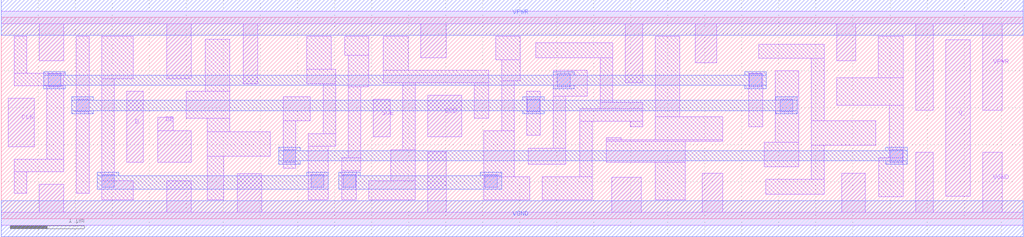
<source format=lef>
# Copyright 2020 The SkyWater PDK Authors
#
# Licensed under the Apache License, Version 2.0 (the "License");
# you may not use this file except in compliance with the License.
# You may obtain a copy of the License at
#
#     https://www.apache.org/licenses/LICENSE-2.0
#
# Unless required by applicable law or agreed to in writing, software
# distributed under the License is distributed on an "AS IS" BASIS,
# WITHOUT WARRANTIES OR CONDITIONS OF ANY KIND, either express or implied.
# See the License for the specific language governing permissions and
# limitations under the License.
#
# SPDX-License-Identifier: Apache-2.0

VERSION 5.5 ;
NAMESCASESENSITIVE ON ;
BUSBITCHARS "[]" ;
DIVIDERCHAR "/" ;
MACRO sky130_fd_sc_hd__sedfxtp_2
  CLASS CORE ;
  SOURCE USER ;
  ORIGIN  0.000000  0.000000 ;
  SIZE  13.80000 BY  2.720000 ;
  SYMMETRY X Y R90 ;
  SITE unithd ;
  PIN D
    ANTENNAGATEAREA  0.159000 ;
    DIRECTION INPUT ;
    USE SIGNAL ;
    PORT
      LAYER li1 ;
        RECT 1.695000 0.765000 1.915000 1.720000 ;
    END
  END D
  PIN DE
    ANTENNAGATEAREA  0.318000 ;
    DIRECTION INPUT ;
    USE SIGNAL ;
    PORT
      LAYER li1 ;
        RECT 2.110000 0.765000 2.565000 1.185000 ;
        RECT 2.110000 1.185000 2.325000 1.370000 ;
    END
  END DE
  PIN Q
    ANTENNADIFFAREA  0.445500 ;
    DIRECTION OUTPUT ;
    USE SIGNAL ;
    PORT
      LAYER li1 ;
        RECT 12.755000 0.305000 13.085000 2.420000 ;
    END
  END Q
  PIN SCD
    ANTENNAGATEAREA  0.159000 ;
    DIRECTION INPUT ;
    USE SIGNAL ;
    PORT
      LAYER li1 ;
        RECT 5.760000 1.105000 6.215000 1.665000 ;
    END
  END SCD
  PIN SCE
    ANTENNAGATEAREA  0.318000 ;
    DIRECTION INPUT ;
    USE SIGNAL ;
    PORT
      LAYER li1 ;
        RECT 5.025000 1.105000 5.250000 1.615000 ;
    END
  END SCE
  PIN CLK
    ANTENNAGATEAREA  0.159000 ;
    DIRECTION INPUT ;
    USE CLOCK ;
    PORT
      LAYER li1 ;
        RECT 0.095000 0.975000 0.445000 1.625000 ;
    END
  END CLK
  PIN VGND
    DIRECTION INOUT ;
    SHAPE ABUTMENT ;
    USE GROUND ;
    PORT
      LAYER li1 ;
        RECT  0.000000 -0.085000 13.800000 0.085000 ;
        RECT  0.515000  0.085000  0.845000 0.465000 ;
        RECT  2.235000  0.085000  2.565000 0.515000 ;
        RECT  3.185000  0.085000  3.515000 0.610000 ;
        RECT  5.760000  0.085000  6.010000 0.905000 ;
        RECT  8.245000  0.085000  8.640000 0.560000 ;
        RECT  9.465000  0.085000  9.740000 0.615000 ;
        RECT 11.350000  0.085000 11.665000 0.615000 ;
        RECT 12.350000  0.085000 12.585000 0.900000 ;
        RECT 13.255000  0.085000 13.515000 0.900000 ;
    END
    PORT
      LAYER met1 ;
        RECT 0.000000 -0.240000 13.800000 0.240000 ;
    END
  END VGND
  PIN VNB
    DIRECTION INOUT ;
    USE GROUND ;
    PORT
    END
  END VNB
  PIN VPB
    DIRECTION INOUT ;
    USE POWER ;
    PORT
    END
  END VPB
  PIN VPWR
    DIRECTION INOUT ;
    SHAPE ABUTMENT ;
    USE POWER ;
    PORT
      LAYER li1 ;
        RECT  0.000000 2.635000 13.800000 2.805000 ;
        RECT  0.515000 2.135000  0.845000 2.635000 ;
        RECT  2.235000 1.890000  2.565000 2.635000 ;
        RECT  3.265000 1.825000  3.460000 2.635000 ;
        RECT  5.665000 2.175000  6.010000 2.635000 ;
        RECT  8.425000 1.835000  8.660000 2.635000 ;
        RECT  9.370000 2.105000  9.660000 2.635000 ;
        RECT 11.280000 2.135000 11.540000 2.635000 ;
        RECT 12.350000 1.465000 12.585000 2.635000 ;
        RECT 13.255000 1.465000 13.515000 2.635000 ;
    END
    PORT
      LAYER met1 ;
        RECT 0.000000 2.480000 13.800000 2.960000 ;
    END
  END VPWR
  OBS
    LAYER li1 ;
      RECT  0.175000 0.345000  0.345000 0.635000 ;
      RECT  0.175000 0.635000  0.845000 0.805000 ;
      RECT  0.175000 1.795000  0.845000 1.965000 ;
      RECT  0.175000 1.965000  0.345000 2.465000 ;
      RECT  0.615000 0.805000  0.845000 1.795000 ;
      RECT  1.015000 0.345000  1.185000 2.465000 ;
      RECT  1.355000 0.255000  1.785000 0.515000 ;
      RECT  1.355000 0.515000  1.525000 1.890000 ;
      RECT  1.355000 1.890000  1.785000 2.465000 ;
      RECT  2.495000 1.355000  3.085000 1.720000 ;
      RECT  2.755000 1.720000  3.085000 2.425000 ;
      RECT  2.780000 0.255000  3.005000 0.845000 ;
      RECT  2.780000 0.845000  3.635000 1.175000 ;
      RECT  2.780000 1.175000  3.085000 1.355000 ;
      RECT  3.805000 0.685000  3.975000 1.320000 ;
      RECT  3.805000 1.320000  4.175000 1.650000 ;
      RECT  4.125000 1.820000  4.515000 2.020000 ;
      RECT  4.125000 2.020000  4.455000 2.465000 ;
      RECT  4.145000 0.255000  4.415000 0.980000 ;
      RECT  4.145000 0.980000  4.515000 1.150000 ;
      RECT  4.345000 1.150000  4.515000 1.820000 ;
      RECT  4.595000 0.255000  4.795000 0.645000 ;
      RECT  4.595000 0.645000  4.855000 0.825000 ;
      RECT  4.635000 2.210000  4.965000 2.465000 ;
      RECT  4.685000 0.825000  4.855000 1.785000 ;
      RECT  4.685000 1.785000  4.965000 2.210000 ;
      RECT  4.965000 0.255000  5.590000 0.515000 ;
      RECT  5.155000 1.835000  6.585000 2.005000 ;
      RECT  5.155000 2.005000  5.495000 2.465000 ;
      RECT  5.260000 0.515000  5.590000 0.935000 ;
      RECT  5.420000 0.935000  5.590000 1.835000 ;
      RECT  6.385000 1.355000  6.585000 1.835000 ;
      RECT  6.515000 0.255000  7.135000 0.565000 ;
      RECT  6.515000 0.565000  6.925000 1.185000 ;
      RECT  6.675000 2.150000  7.005000 2.465000 ;
      RECT  6.755000 1.185000  6.925000 1.865000 ;
      RECT  6.755000 1.865000  7.005000 2.150000 ;
      RECT  7.095000 1.125000  7.280000 1.720000 ;
      RECT  7.115000 0.735000  7.620000 0.955000 ;
      RECT  7.215000 2.175000  8.255000 2.375000 ;
      RECT  7.305000 0.255000  7.980000 0.565000 ;
      RECT  7.450000 0.955000  7.620000 1.655000 ;
      RECT  7.450000 1.655000  7.915000 2.005000 ;
      RECT  7.810000 0.565000  7.980000 1.315000 ;
      RECT  7.810000 1.315000  8.660000 1.485000 ;
      RECT  8.085000 1.485000  8.660000 1.575000 ;
      RECT  8.085000 1.575000  8.255000 2.175000 ;
      RECT  8.170000 0.765000  9.235000 1.045000 ;
      RECT  8.170000 1.045000  9.745000 1.065000 ;
      RECT  8.170000 1.065000  8.370000 1.095000 ;
      RECT  8.490000 1.245000  8.660000 1.315000 ;
      RECT  8.830000 0.255000  9.235000 0.765000 ;
      RECT  8.830000 1.065000  9.745000 1.375000 ;
      RECT  8.830000 1.375000  9.160000 2.465000 ;
      RECT 10.090000 1.245000 10.280000 1.965000 ;
      RECT 10.225000 2.165000 11.110000 2.355000 ;
      RECT 10.305000 0.705000 10.770000 1.035000 ;
      RECT 10.325000 0.330000 11.110000 0.535000 ;
      RECT 10.450000 1.035000 10.770000 1.995000 ;
      RECT 10.940000 0.535000 11.110000 0.995000 ;
      RECT 10.940000 0.995000 11.810000 1.325000 ;
      RECT 10.940000 1.325000 11.110000 2.165000 ;
      RECT 11.280000 1.530000 12.180000 1.905000 ;
      RECT 11.840000 1.905000 12.180000 2.465000 ;
      RECT 11.850000 0.300000 12.180000 0.825000 ;
      RECT 11.990000 0.825000 12.180000 1.530000 ;
    LAYER mcon ;
      RECT  0.635000 1.785000  0.805000 1.955000 ;
      RECT  1.015000 1.445000  1.185000 1.615000 ;
      RECT  1.355000 0.425000  1.525000 0.595000 ;
      RECT  3.805000 0.765000  3.975000 0.935000 ;
      RECT  4.185000 0.425000  4.355000 0.595000 ;
      RECT  4.615000 0.425000  4.785000 0.595000 ;
      RECT  6.530000 0.425000  6.700000 0.595000 ;
      RECT  7.100000 1.445000  7.270000 1.615000 ;
      RECT  7.510000 1.785000  7.680000 1.955000 ;
      RECT 10.100000 1.785000 10.270000 1.955000 ;
      RECT 10.520000 1.445000 10.690000 1.615000 ;
      RECT 12.000000 0.765000 12.170000 0.935000 ;
    LAYER met1 ;
      RECT  0.575000 1.755000  0.865000 1.800000 ;
      RECT  0.575000 1.800000 10.330000 1.940000 ;
      RECT  0.575000 1.940000  0.865000 1.985000 ;
      RECT  0.955000 1.415000  1.245000 1.460000 ;
      RECT  0.955000 1.460000 10.750000 1.600000 ;
      RECT  0.955000 1.600000  1.245000 1.645000 ;
      RECT  1.295000 0.395000  4.415000 0.580000 ;
      RECT  1.295000 0.580000  1.585000 0.625000 ;
      RECT  3.745000 0.735000  4.035000 0.780000 ;
      RECT  3.745000 0.780000 12.230000 0.920000 ;
      RECT  3.745000 0.920000  4.035000 0.965000 ;
      RECT  4.125000 0.580000  4.415000 0.625000 ;
      RECT  4.555000 0.395000  6.760000 0.580000 ;
      RECT  4.555000 0.580000  4.845000 0.625000 ;
      RECT  6.470000 0.580000  6.760000 0.625000 ;
      RECT  7.040000 1.415000  7.330000 1.460000 ;
      RECT  7.040000 1.600000  7.330000 1.645000 ;
      RECT  7.450000 1.755000  7.740000 1.800000 ;
      RECT  7.450000 1.940000  7.740000 1.985000 ;
      RECT 10.040000 1.755000 10.330000 1.800000 ;
      RECT 10.040000 1.940000 10.330000 1.985000 ;
      RECT 10.460000 1.415000 10.750000 1.460000 ;
      RECT 10.460000 1.600000 10.750000 1.645000 ;
      RECT 11.940000 0.735000 12.230000 0.780000 ;
      RECT 11.940000 0.920000 12.230000 0.965000 ;
  END
END sky130_fd_sc_hd__sedfxtp_2
END LIBRARY

</source>
